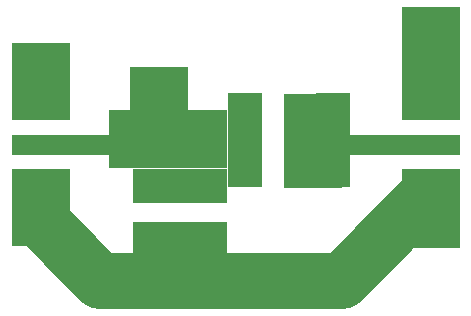
<source format=gbr>
%FSLAX34Y34*%
%MOMM*%
%LNCOPPER_TOP*%
G71*
G01*
%ADD10R, 10.00X5.00*%
%ADD11R, 8.00X3.00*%
%ADD12R, 3.00X8.00*%
%ADD13R, 5.00X3.00*%
%ADD14R, 5.00X1.70*%
%ADD15R, 5.00X8.00*%
%ADD16C, 1.70*%
%ADD17C, 4.70*%
%ADD18R, 5.00X4.50*%
%ADD19R, 5.00X8.30*%
%ADD20R, 5.00X4.20*%
%LPD*%
X267500Y780000D02*
G54D10*
D03*
X277500Y695000D02*
G54D11*
D03*
X277500Y740000D02*
G54D11*
D03*
X407396Y778750D02*
G54D12*
D03*
X332396Y778750D02*
G54D12*
D03*
X159763Y810213D02*
G54D13*
D03*
X159763Y740213D02*
G54D13*
D03*
X160000Y775000D02*
G54D14*
D03*
X390000Y778543D02*
G54D15*
D03*
X489763Y810213D02*
G54D13*
D03*
X489763Y740213D02*
G54D13*
D03*
X490000Y775000D02*
G54D14*
D03*
G54D16*
X160000Y775000D02*
X262500Y775000D01*
X267500Y780000D01*
G54D16*
X490000Y775000D02*
X393543Y775000D01*
X390000Y778543D01*
G54D17*
X159597Y730364D02*
X159763Y710237D01*
X210000Y660000D01*
X414550Y660000D01*
X485363Y731013D01*
X490000Y710000D02*
G54D18*
D03*
X490000Y850000D02*
G54D19*
D03*
X160000Y840000D02*
G54D20*
D03*
X159763Y710237D02*
G54D20*
D03*
X260000Y820000D02*
G54D20*
D03*
M02*

</source>
